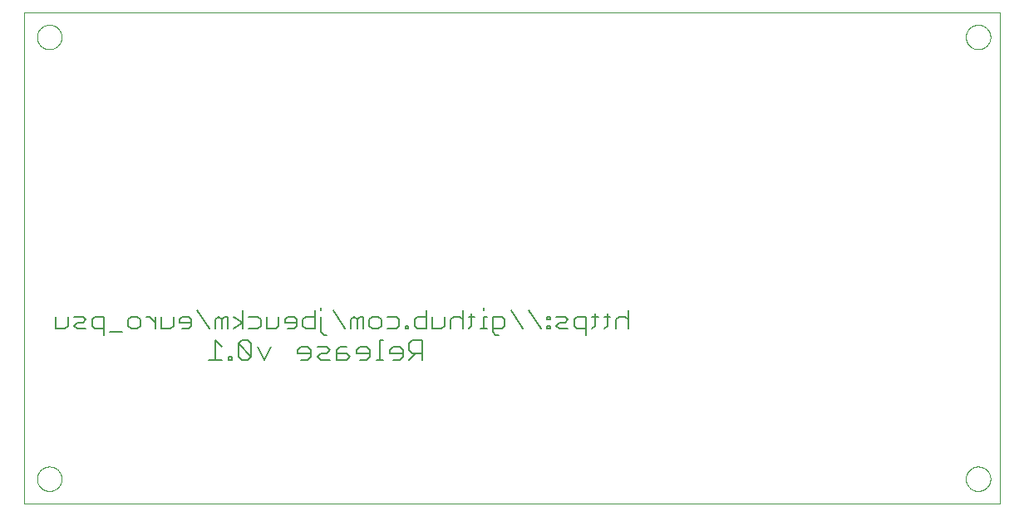
<source format=gbo>
G75*
%MOIN*%
%OFA0B0*%
%FSLAX25Y25*%
%IPPOS*%
%LPD*%
%AMOC8*
5,1,8,0,0,1.08239X$1,22.5*
%
%ADD10C,0.00000*%
%ADD11C,0.00600*%
%ADD12C,0.00700*%
D10*
X0001000Y0001500D02*
X0001000Y0198961D01*
X0392201Y0198961D01*
X0392201Y0001500D01*
X0001000Y0001500D01*
X0006079Y0011500D02*
X0006081Y0011640D01*
X0006087Y0011780D01*
X0006097Y0011919D01*
X0006111Y0012058D01*
X0006129Y0012197D01*
X0006150Y0012335D01*
X0006176Y0012473D01*
X0006206Y0012610D01*
X0006239Y0012745D01*
X0006277Y0012880D01*
X0006318Y0013014D01*
X0006363Y0013147D01*
X0006411Y0013278D01*
X0006464Y0013407D01*
X0006520Y0013536D01*
X0006579Y0013662D01*
X0006643Y0013787D01*
X0006709Y0013910D01*
X0006780Y0014031D01*
X0006853Y0014150D01*
X0006930Y0014267D01*
X0007011Y0014381D01*
X0007094Y0014493D01*
X0007181Y0014603D01*
X0007271Y0014711D01*
X0007363Y0014815D01*
X0007459Y0014917D01*
X0007558Y0015017D01*
X0007659Y0015113D01*
X0007763Y0015207D01*
X0007870Y0015297D01*
X0007979Y0015384D01*
X0008091Y0015469D01*
X0008205Y0015550D01*
X0008321Y0015628D01*
X0008439Y0015702D01*
X0008560Y0015773D01*
X0008682Y0015841D01*
X0008807Y0015905D01*
X0008933Y0015966D01*
X0009060Y0016023D01*
X0009190Y0016076D01*
X0009321Y0016126D01*
X0009453Y0016171D01*
X0009586Y0016214D01*
X0009721Y0016252D01*
X0009856Y0016286D01*
X0009993Y0016317D01*
X0010130Y0016344D01*
X0010268Y0016366D01*
X0010407Y0016385D01*
X0010546Y0016400D01*
X0010685Y0016411D01*
X0010825Y0016418D01*
X0010965Y0016421D01*
X0011105Y0016420D01*
X0011245Y0016415D01*
X0011384Y0016406D01*
X0011524Y0016393D01*
X0011663Y0016376D01*
X0011801Y0016355D01*
X0011939Y0016331D01*
X0012076Y0016302D01*
X0012212Y0016270D01*
X0012347Y0016233D01*
X0012481Y0016193D01*
X0012614Y0016149D01*
X0012745Y0016101D01*
X0012875Y0016050D01*
X0013004Y0015995D01*
X0013131Y0015936D01*
X0013256Y0015873D01*
X0013379Y0015808D01*
X0013501Y0015738D01*
X0013620Y0015665D01*
X0013738Y0015589D01*
X0013853Y0015510D01*
X0013966Y0015427D01*
X0014076Y0015341D01*
X0014184Y0015252D01*
X0014289Y0015160D01*
X0014392Y0015065D01*
X0014492Y0014967D01*
X0014589Y0014867D01*
X0014683Y0014763D01*
X0014775Y0014657D01*
X0014863Y0014549D01*
X0014948Y0014438D01*
X0015030Y0014324D01*
X0015109Y0014208D01*
X0015184Y0014091D01*
X0015256Y0013971D01*
X0015324Y0013849D01*
X0015389Y0013725D01*
X0015451Y0013599D01*
X0015509Y0013472D01*
X0015563Y0013343D01*
X0015614Y0013212D01*
X0015660Y0013080D01*
X0015703Y0012947D01*
X0015743Y0012813D01*
X0015778Y0012678D01*
X0015810Y0012541D01*
X0015837Y0012404D01*
X0015861Y0012266D01*
X0015881Y0012128D01*
X0015897Y0011989D01*
X0015909Y0011849D01*
X0015917Y0011710D01*
X0015921Y0011570D01*
X0015921Y0011430D01*
X0015917Y0011290D01*
X0015909Y0011151D01*
X0015897Y0011011D01*
X0015881Y0010872D01*
X0015861Y0010734D01*
X0015837Y0010596D01*
X0015810Y0010459D01*
X0015778Y0010322D01*
X0015743Y0010187D01*
X0015703Y0010053D01*
X0015660Y0009920D01*
X0015614Y0009788D01*
X0015563Y0009657D01*
X0015509Y0009528D01*
X0015451Y0009401D01*
X0015389Y0009275D01*
X0015324Y0009151D01*
X0015256Y0009029D01*
X0015184Y0008909D01*
X0015109Y0008792D01*
X0015030Y0008676D01*
X0014948Y0008562D01*
X0014863Y0008451D01*
X0014775Y0008343D01*
X0014683Y0008237D01*
X0014589Y0008133D01*
X0014492Y0008033D01*
X0014392Y0007935D01*
X0014289Y0007840D01*
X0014184Y0007748D01*
X0014076Y0007659D01*
X0013966Y0007573D01*
X0013853Y0007490D01*
X0013738Y0007411D01*
X0013620Y0007335D01*
X0013501Y0007262D01*
X0013379Y0007192D01*
X0013256Y0007127D01*
X0013131Y0007064D01*
X0013004Y0007005D01*
X0012875Y0006950D01*
X0012745Y0006899D01*
X0012614Y0006851D01*
X0012481Y0006807D01*
X0012347Y0006767D01*
X0012212Y0006730D01*
X0012076Y0006698D01*
X0011939Y0006669D01*
X0011801Y0006645D01*
X0011663Y0006624D01*
X0011524Y0006607D01*
X0011384Y0006594D01*
X0011245Y0006585D01*
X0011105Y0006580D01*
X0010965Y0006579D01*
X0010825Y0006582D01*
X0010685Y0006589D01*
X0010546Y0006600D01*
X0010407Y0006615D01*
X0010268Y0006634D01*
X0010130Y0006656D01*
X0009993Y0006683D01*
X0009856Y0006714D01*
X0009721Y0006748D01*
X0009586Y0006786D01*
X0009453Y0006829D01*
X0009321Y0006874D01*
X0009190Y0006924D01*
X0009060Y0006977D01*
X0008933Y0007034D01*
X0008807Y0007095D01*
X0008682Y0007159D01*
X0008560Y0007227D01*
X0008439Y0007298D01*
X0008321Y0007372D01*
X0008205Y0007450D01*
X0008091Y0007531D01*
X0007979Y0007616D01*
X0007870Y0007703D01*
X0007763Y0007793D01*
X0007659Y0007887D01*
X0007558Y0007983D01*
X0007459Y0008083D01*
X0007363Y0008185D01*
X0007271Y0008289D01*
X0007181Y0008397D01*
X0007094Y0008507D01*
X0007011Y0008619D01*
X0006930Y0008733D01*
X0006853Y0008850D01*
X0006780Y0008969D01*
X0006709Y0009090D01*
X0006643Y0009213D01*
X0006579Y0009338D01*
X0006520Y0009464D01*
X0006464Y0009593D01*
X0006411Y0009722D01*
X0006363Y0009853D01*
X0006318Y0009986D01*
X0006277Y0010120D01*
X0006239Y0010255D01*
X0006206Y0010390D01*
X0006176Y0010527D01*
X0006150Y0010665D01*
X0006129Y0010803D01*
X0006111Y0010942D01*
X0006097Y0011081D01*
X0006087Y0011220D01*
X0006081Y0011360D01*
X0006079Y0011500D01*
X0006079Y0189000D02*
X0006081Y0189140D01*
X0006087Y0189280D01*
X0006097Y0189419D01*
X0006111Y0189558D01*
X0006129Y0189697D01*
X0006150Y0189835D01*
X0006176Y0189973D01*
X0006206Y0190110D01*
X0006239Y0190245D01*
X0006277Y0190380D01*
X0006318Y0190514D01*
X0006363Y0190647D01*
X0006411Y0190778D01*
X0006464Y0190907D01*
X0006520Y0191036D01*
X0006579Y0191162D01*
X0006643Y0191287D01*
X0006709Y0191410D01*
X0006780Y0191531D01*
X0006853Y0191650D01*
X0006930Y0191767D01*
X0007011Y0191881D01*
X0007094Y0191993D01*
X0007181Y0192103D01*
X0007271Y0192211D01*
X0007363Y0192315D01*
X0007459Y0192417D01*
X0007558Y0192517D01*
X0007659Y0192613D01*
X0007763Y0192707D01*
X0007870Y0192797D01*
X0007979Y0192884D01*
X0008091Y0192969D01*
X0008205Y0193050D01*
X0008321Y0193128D01*
X0008439Y0193202D01*
X0008560Y0193273D01*
X0008682Y0193341D01*
X0008807Y0193405D01*
X0008933Y0193466D01*
X0009060Y0193523D01*
X0009190Y0193576D01*
X0009321Y0193626D01*
X0009453Y0193671D01*
X0009586Y0193714D01*
X0009721Y0193752D01*
X0009856Y0193786D01*
X0009993Y0193817D01*
X0010130Y0193844D01*
X0010268Y0193866D01*
X0010407Y0193885D01*
X0010546Y0193900D01*
X0010685Y0193911D01*
X0010825Y0193918D01*
X0010965Y0193921D01*
X0011105Y0193920D01*
X0011245Y0193915D01*
X0011384Y0193906D01*
X0011524Y0193893D01*
X0011663Y0193876D01*
X0011801Y0193855D01*
X0011939Y0193831D01*
X0012076Y0193802D01*
X0012212Y0193770D01*
X0012347Y0193733D01*
X0012481Y0193693D01*
X0012614Y0193649D01*
X0012745Y0193601D01*
X0012875Y0193550D01*
X0013004Y0193495D01*
X0013131Y0193436D01*
X0013256Y0193373D01*
X0013379Y0193308D01*
X0013501Y0193238D01*
X0013620Y0193165D01*
X0013738Y0193089D01*
X0013853Y0193010D01*
X0013966Y0192927D01*
X0014076Y0192841D01*
X0014184Y0192752D01*
X0014289Y0192660D01*
X0014392Y0192565D01*
X0014492Y0192467D01*
X0014589Y0192367D01*
X0014683Y0192263D01*
X0014775Y0192157D01*
X0014863Y0192049D01*
X0014948Y0191938D01*
X0015030Y0191824D01*
X0015109Y0191708D01*
X0015184Y0191591D01*
X0015256Y0191471D01*
X0015324Y0191349D01*
X0015389Y0191225D01*
X0015451Y0191099D01*
X0015509Y0190972D01*
X0015563Y0190843D01*
X0015614Y0190712D01*
X0015660Y0190580D01*
X0015703Y0190447D01*
X0015743Y0190313D01*
X0015778Y0190178D01*
X0015810Y0190041D01*
X0015837Y0189904D01*
X0015861Y0189766D01*
X0015881Y0189628D01*
X0015897Y0189489D01*
X0015909Y0189349D01*
X0015917Y0189210D01*
X0015921Y0189070D01*
X0015921Y0188930D01*
X0015917Y0188790D01*
X0015909Y0188651D01*
X0015897Y0188511D01*
X0015881Y0188372D01*
X0015861Y0188234D01*
X0015837Y0188096D01*
X0015810Y0187959D01*
X0015778Y0187822D01*
X0015743Y0187687D01*
X0015703Y0187553D01*
X0015660Y0187420D01*
X0015614Y0187288D01*
X0015563Y0187157D01*
X0015509Y0187028D01*
X0015451Y0186901D01*
X0015389Y0186775D01*
X0015324Y0186651D01*
X0015256Y0186529D01*
X0015184Y0186409D01*
X0015109Y0186292D01*
X0015030Y0186176D01*
X0014948Y0186062D01*
X0014863Y0185951D01*
X0014775Y0185843D01*
X0014683Y0185737D01*
X0014589Y0185633D01*
X0014492Y0185533D01*
X0014392Y0185435D01*
X0014289Y0185340D01*
X0014184Y0185248D01*
X0014076Y0185159D01*
X0013966Y0185073D01*
X0013853Y0184990D01*
X0013738Y0184911D01*
X0013620Y0184835D01*
X0013501Y0184762D01*
X0013379Y0184692D01*
X0013256Y0184627D01*
X0013131Y0184564D01*
X0013004Y0184505D01*
X0012875Y0184450D01*
X0012745Y0184399D01*
X0012614Y0184351D01*
X0012481Y0184307D01*
X0012347Y0184267D01*
X0012212Y0184230D01*
X0012076Y0184198D01*
X0011939Y0184169D01*
X0011801Y0184145D01*
X0011663Y0184124D01*
X0011524Y0184107D01*
X0011384Y0184094D01*
X0011245Y0184085D01*
X0011105Y0184080D01*
X0010965Y0184079D01*
X0010825Y0184082D01*
X0010685Y0184089D01*
X0010546Y0184100D01*
X0010407Y0184115D01*
X0010268Y0184134D01*
X0010130Y0184156D01*
X0009993Y0184183D01*
X0009856Y0184214D01*
X0009721Y0184248D01*
X0009586Y0184286D01*
X0009453Y0184329D01*
X0009321Y0184374D01*
X0009190Y0184424D01*
X0009060Y0184477D01*
X0008933Y0184534D01*
X0008807Y0184595D01*
X0008682Y0184659D01*
X0008560Y0184727D01*
X0008439Y0184798D01*
X0008321Y0184872D01*
X0008205Y0184950D01*
X0008091Y0185031D01*
X0007979Y0185116D01*
X0007870Y0185203D01*
X0007763Y0185293D01*
X0007659Y0185387D01*
X0007558Y0185483D01*
X0007459Y0185583D01*
X0007363Y0185685D01*
X0007271Y0185789D01*
X0007181Y0185897D01*
X0007094Y0186007D01*
X0007011Y0186119D01*
X0006930Y0186233D01*
X0006853Y0186350D01*
X0006780Y0186469D01*
X0006709Y0186590D01*
X0006643Y0186713D01*
X0006579Y0186838D01*
X0006520Y0186964D01*
X0006464Y0187093D01*
X0006411Y0187222D01*
X0006363Y0187353D01*
X0006318Y0187486D01*
X0006277Y0187620D01*
X0006239Y0187755D01*
X0006206Y0187890D01*
X0006176Y0188027D01*
X0006150Y0188165D01*
X0006129Y0188303D01*
X0006111Y0188442D01*
X0006097Y0188581D01*
X0006087Y0188720D01*
X0006081Y0188860D01*
X0006079Y0189000D01*
X0378579Y0189000D02*
X0378581Y0189140D01*
X0378587Y0189280D01*
X0378597Y0189419D01*
X0378611Y0189558D01*
X0378629Y0189697D01*
X0378650Y0189835D01*
X0378676Y0189973D01*
X0378706Y0190110D01*
X0378739Y0190245D01*
X0378777Y0190380D01*
X0378818Y0190514D01*
X0378863Y0190647D01*
X0378911Y0190778D01*
X0378964Y0190907D01*
X0379020Y0191036D01*
X0379079Y0191162D01*
X0379143Y0191287D01*
X0379209Y0191410D01*
X0379280Y0191531D01*
X0379353Y0191650D01*
X0379430Y0191767D01*
X0379511Y0191881D01*
X0379594Y0191993D01*
X0379681Y0192103D01*
X0379771Y0192211D01*
X0379863Y0192315D01*
X0379959Y0192417D01*
X0380058Y0192517D01*
X0380159Y0192613D01*
X0380263Y0192707D01*
X0380370Y0192797D01*
X0380479Y0192884D01*
X0380591Y0192969D01*
X0380705Y0193050D01*
X0380821Y0193128D01*
X0380939Y0193202D01*
X0381060Y0193273D01*
X0381182Y0193341D01*
X0381307Y0193405D01*
X0381433Y0193466D01*
X0381560Y0193523D01*
X0381690Y0193576D01*
X0381821Y0193626D01*
X0381953Y0193671D01*
X0382086Y0193714D01*
X0382221Y0193752D01*
X0382356Y0193786D01*
X0382493Y0193817D01*
X0382630Y0193844D01*
X0382768Y0193866D01*
X0382907Y0193885D01*
X0383046Y0193900D01*
X0383185Y0193911D01*
X0383325Y0193918D01*
X0383465Y0193921D01*
X0383605Y0193920D01*
X0383745Y0193915D01*
X0383884Y0193906D01*
X0384024Y0193893D01*
X0384163Y0193876D01*
X0384301Y0193855D01*
X0384439Y0193831D01*
X0384576Y0193802D01*
X0384712Y0193770D01*
X0384847Y0193733D01*
X0384981Y0193693D01*
X0385114Y0193649D01*
X0385245Y0193601D01*
X0385375Y0193550D01*
X0385504Y0193495D01*
X0385631Y0193436D01*
X0385756Y0193373D01*
X0385879Y0193308D01*
X0386001Y0193238D01*
X0386120Y0193165D01*
X0386238Y0193089D01*
X0386353Y0193010D01*
X0386466Y0192927D01*
X0386576Y0192841D01*
X0386684Y0192752D01*
X0386789Y0192660D01*
X0386892Y0192565D01*
X0386992Y0192467D01*
X0387089Y0192367D01*
X0387183Y0192263D01*
X0387275Y0192157D01*
X0387363Y0192049D01*
X0387448Y0191938D01*
X0387530Y0191824D01*
X0387609Y0191708D01*
X0387684Y0191591D01*
X0387756Y0191471D01*
X0387824Y0191349D01*
X0387889Y0191225D01*
X0387951Y0191099D01*
X0388009Y0190972D01*
X0388063Y0190843D01*
X0388114Y0190712D01*
X0388160Y0190580D01*
X0388203Y0190447D01*
X0388243Y0190313D01*
X0388278Y0190178D01*
X0388310Y0190041D01*
X0388337Y0189904D01*
X0388361Y0189766D01*
X0388381Y0189628D01*
X0388397Y0189489D01*
X0388409Y0189349D01*
X0388417Y0189210D01*
X0388421Y0189070D01*
X0388421Y0188930D01*
X0388417Y0188790D01*
X0388409Y0188651D01*
X0388397Y0188511D01*
X0388381Y0188372D01*
X0388361Y0188234D01*
X0388337Y0188096D01*
X0388310Y0187959D01*
X0388278Y0187822D01*
X0388243Y0187687D01*
X0388203Y0187553D01*
X0388160Y0187420D01*
X0388114Y0187288D01*
X0388063Y0187157D01*
X0388009Y0187028D01*
X0387951Y0186901D01*
X0387889Y0186775D01*
X0387824Y0186651D01*
X0387756Y0186529D01*
X0387684Y0186409D01*
X0387609Y0186292D01*
X0387530Y0186176D01*
X0387448Y0186062D01*
X0387363Y0185951D01*
X0387275Y0185843D01*
X0387183Y0185737D01*
X0387089Y0185633D01*
X0386992Y0185533D01*
X0386892Y0185435D01*
X0386789Y0185340D01*
X0386684Y0185248D01*
X0386576Y0185159D01*
X0386466Y0185073D01*
X0386353Y0184990D01*
X0386238Y0184911D01*
X0386120Y0184835D01*
X0386001Y0184762D01*
X0385879Y0184692D01*
X0385756Y0184627D01*
X0385631Y0184564D01*
X0385504Y0184505D01*
X0385375Y0184450D01*
X0385245Y0184399D01*
X0385114Y0184351D01*
X0384981Y0184307D01*
X0384847Y0184267D01*
X0384712Y0184230D01*
X0384576Y0184198D01*
X0384439Y0184169D01*
X0384301Y0184145D01*
X0384163Y0184124D01*
X0384024Y0184107D01*
X0383884Y0184094D01*
X0383745Y0184085D01*
X0383605Y0184080D01*
X0383465Y0184079D01*
X0383325Y0184082D01*
X0383185Y0184089D01*
X0383046Y0184100D01*
X0382907Y0184115D01*
X0382768Y0184134D01*
X0382630Y0184156D01*
X0382493Y0184183D01*
X0382356Y0184214D01*
X0382221Y0184248D01*
X0382086Y0184286D01*
X0381953Y0184329D01*
X0381821Y0184374D01*
X0381690Y0184424D01*
X0381560Y0184477D01*
X0381433Y0184534D01*
X0381307Y0184595D01*
X0381182Y0184659D01*
X0381060Y0184727D01*
X0380939Y0184798D01*
X0380821Y0184872D01*
X0380705Y0184950D01*
X0380591Y0185031D01*
X0380479Y0185116D01*
X0380370Y0185203D01*
X0380263Y0185293D01*
X0380159Y0185387D01*
X0380058Y0185483D01*
X0379959Y0185583D01*
X0379863Y0185685D01*
X0379771Y0185789D01*
X0379681Y0185897D01*
X0379594Y0186007D01*
X0379511Y0186119D01*
X0379430Y0186233D01*
X0379353Y0186350D01*
X0379280Y0186469D01*
X0379209Y0186590D01*
X0379143Y0186713D01*
X0379079Y0186838D01*
X0379020Y0186964D01*
X0378964Y0187093D01*
X0378911Y0187222D01*
X0378863Y0187353D01*
X0378818Y0187486D01*
X0378777Y0187620D01*
X0378739Y0187755D01*
X0378706Y0187890D01*
X0378676Y0188027D01*
X0378650Y0188165D01*
X0378629Y0188303D01*
X0378611Y0188442D01*
X0378597Y0188581D01*
X0378587Y0188720D01*
X0378581Y0188860D01*
X0378579Y0189000D01*
X0378579Y0011500D02*
X0378581Y0011640D01*
X0378587Y0011780D01*
X0378597Y0011919D01*
X0378611Y0012058D01*
X0378629Y0012197D01*
X0378650Y0012335D01*
X0378676Y0012473D01*
X0378706Y0012610D01*
X0378739Y0012745D01*
X0378777Y0012880D01*
X0378818Y0013014D01*
X0378863Y0013147D01*
X0378911Y0013278D01*
X0378964Y0013407D01*
X0379020Y0013536D01*
X0379079Y0013662D01*
X0379143Y0013787D01*
X0379209Y0013910D01*
X0379280Y0014031D01*
X0379353Y0014150D01*
X0379430Y0014267D01*
X0379511Y0014381D01*
X0379594Y0014493D01*
X0379681Y0014603D01*
X0379771Y0014711D01*
X0379863Y0014815D01*
X0379959Y0014917D01*
X0380058Y0015017D01*
X0380159Y0015113D01*
X0380263Y0015207D01*
X0380370Y0015297D01*
X0380479Y0015384D01*
X0380591Y0015469D01*
X0380705Y0015550D01*
X0380821Y0015628D01*
X0380939Y0015702D01*
X0381060Y0015773D01*
X0381182Y0015841D01*
X0381307Y0015905D01*
X0381433Y0015966D01*
X0381560Y0016023D01*
X0381690Y0016076D01*
X0381821Y0016126D01*
X0381953Y0016171D01*
X0382086Y0016214D01*
X0382221Y0016252D01*
X0382356Y0016286D01*
X0382493Y0016317D01*
X0382630Y0016344D01*
X0382768Y0016366D01*
X0382907Y0016385D01*
X0383046Y0016400D01*
X0383185Y0016411D01*
X0383325Y0016418D01*
X0383465Y0016421D01*
X0383605Y0016420D01*
X0383745Y0016415D01*
X0383884Y0016406D01*
X0384024Y0016393D01*
X0384163Y0016376D01*
X0384301Y0016355D01*
X0384439Y0016331D01*
X0384576Y0016302D01*
X0384712Y0016270D01*
X0384847Y0016233D01*
X0384981Y0016193D01*
X0385114Y0016149D01*
X0385245Y0016101D01*
X0385375Y0016050D01*
X0385504Y0015995D01*
X0385631Y0015936D01*
X0385756Y0015873D01*
X0385879Y0015808D01*
X0386001Y0015738D01*
X0386120Y0015665D01*
X0386238Y0015589D01*
X0386353Y0015510D01*
X0386466Y0015427D01*
X0386576Y0015341D01*
X0386684Y0015252D01*
X0386789Y0015160D01*
X0386892Y0015065D01*
X0386992Y0014967D01*
X0387089Y0014867D01*
X0387183Y0014763D01*
X0387275Y0014657D01*
X0387363Y0014549D01*
X0387448Y0014438D01*
X0387530Y0014324D01*
X0387609Y0014208D01*
X0387684Y0014091D01*
X0387756Y0013971D01*
X0387824Y0013849D01*
X0387889Y0013725D01*
X0387951Y0013599D01*
X0388009Y0013472D01*
X0388063Y0013343D01*
X0388114Y0013212D01*
X0388160Y0013080D01*
X0388203Y0012947D01*
X0388243Y0012813D01*
X0388278Y0012678D01*
X0388310Y0012541D01*
X0388337Y0012404D01*
X0388361Y0012266D01*
X0388381Y0012128D01*
X0388397Y0011989D01*
X0388409Y0011849D01*
X0388417Y0011710D01*
X0388421Y0011570D01*
X0388421Y0011430D01*
X0388417Y0011290D01*
X0388409Y0011151D01*
X0388397Y0011011D01*
X0388381Y0010872D01*
X0388361Y0010734D01*
X0388337Y0010596D01*
X0388310Y0010459D01*
X0388278Y0010322D01*
X0388243Y0010187D01*
X0388203Y0010053D01*
X0388160Y0009920D01*
X0388114Y0009788D01*
X0388063Y0009657D01*
X0388009Y0009528D01*
X0387951Y0009401D01*
X0387889Y0009275D01*
X0387824Y0009151D01*
X0387756Y0009029D01*
X0387684Y0008909D01*
X0387609Y0008792D01*
X0387530Y0008676D01*
X0387448Y0008562D01*
X0387363Y0008451D01*
X0387275Y0008343D01*
X0387183Y0008237D01*
X0387089Y0008133D01*
X0386992Y0008033D01*
X0386892Y0007935D01*
X0386789Y0007840D01*
X0386684Y0007748D01*
X0386576Y0007659D01*
X0386466Y0007573D01*
X0386353Y0007490D01*
X0386238Y0007411D01*
X0386120Y0007335D01*
X0386001Y0007262D01*
X0385879Y0007192D01*
X0385756Y0007127D01*
X0385631Y0007064D01*
X0385504Y0007005D01*
X0385375Y0006950D01*
X0385245Y0006899D01*
X0385114Y0006851D01*
X0384981Y0006807D01*
X0384847Y0006767D01*
X0384712Y0006730D01*
X0384576Y0006698D01*
X0384439Y0006669D01*
X0384301Y0006645D01*
X0384163Y0006624D01*
X0384024Y0006607D01*
X0383884Y0006594D01*
X0383745Y0006585D01*
X0383605Y0006580D01*
X0383465Y0006579D01*
X0383325Y0006582D01*
X0383185Y0006589D01*
X0383046Y0006600D01*
X0382907Y0006615D01*
X0382768Y0006634D01*
X0382630Y0006656D01*
X0382493Y0006683D01*
X0382356Y0006714D01*
X0382221Y0006748D01*
X0382086Y0006786D01*
X0381953Y0006829D01*
X0381821Y0006874D01*
X0381690Y0006924D01*
X0381560Y0006977D01*
X0381433Y0007034D01*
X0381307Y0007095D01*
X0381182Y0007159D01*
X0381060Y0007227D01*
X0380939Y0007298D01*
X0380821Y0007372D01*
X0380705Y0007450D01*
X0380591Y0007531D01*
X0380479Y0007616D01*
X0380370Y0007703D01*
X0380263Y0007793D01*
X0380159Y0007887D01*
X0380058Y0007983D01*
X0379959Y0008083D01*
X0379863Y0008185D01*
X0379771Y0008289D01*
X0379681Y0008397D01*
X0379594Y0008507D01*
X0379511Y0008619D01*
X0379430Y0008733D01*
X0379353Y0008850D01*
X0379280Y0008969D01*
X0379209Y0009090D01*
X0379143Y0009213D01*
X0379079Y0009338D01*
X0379020Y0009464D01*
X0378964Y0009593D01*
X0378911Y0009722D01*
X0378863Y0009853D01*
X0378818Y0009986D01*
X0378777Y0010120D01*
X0378739Y0010255D01*
X0378706Y0010390D01*
X0378676Y0010527D01*
X0378650Y0010665D01*
X0378629Y0010803D01*
X0378611Y0010942D01*
X0378597Y0011081D01*
X0378587Y0011220D01*
X0378581Y0011360D01*
X0378579Y0011500D01*
D11*
X0243200Y0071800D02*
X0243200Y0079080D01*
X0241987Y0076653D02*
X0239560Y0076653D01*
X0238347Y0075440D01*
X0238347Y0071800D01*
X0234736Y0073013D02*
X0233523Y0071800D01*
X0234736Y0073013D02*
X0234736Y0077867D01*
X0235950Y0076653D02*
X0233523Y0076653D01*
X0231116Y0076653D02*
X0228689Y0076653D01*
X0229903Y0077867D02*
X0229903Y0073013D01*
X0228689Y0071800D01*
X0226283Y0071800D02*
X0222643Y0071800D01*
X0221429Y0073013D01*
X0221429Y0075440D01*
X0222643Y0076653D01*
X0226283Y0076653D01*
X0226283Y0069373D01*
X0219032Y0071800D02*
X0215392Y0071800D01*
X0214179Y0073013D01*
X0215392Y0074227D01*
X0217819Y0074227D01*
X0219032Y0075440D01*
X0217819Y0076653D01*
X0214179Y0076653D01*
X0211782Y0076653D02*
X0211782Y0075440D01*
X0210569Y0075440D01*
X0210569Y0076653D01*
X0211782Y0076653D01*
X0211782Y0073013D02*
X0211782Y0071800D01*
X0210569Y0071800D01*
X0210569Y0073013D01*
X0211782Y0073013D01*
X0208157Y0071800D02*
X0203303Y0079080D01*
X0196053Y0079080D02*
X0200907Y0071800D01*
X0193656Y0073013D02*
X0193656Y0075440D01*
X0192443Y0076653D01*
X0188803Y0076653D01*
X0188803Y0070587D01*
X0190016Y0069373D01*
X0191230Y0069373D01*
X0192443Y0071800D02*
X0188803Y0071800D01*
X0186406Y0071800D02*
X0183979Y0071800D01*
X0185193Y0071800D02*
X0185193Y0076653D01*
X0186406Y0076653D01*
X0185193Y0079080D02*
X0185193Y0080294D01*
X0181573Y0076653D02*
X0179146Y0076653D01*
X0180359Y0077867D02*
X0180359Y0073013D01*
X0179146Y0071800D01*
X0176739Y0071800D02*
X0176739Y0079080D01*
X0175526Y0076653D02*
X0173099Y0076653D01*
X0171886Y0075440D01*
X0171886Y0071800D01*
X0169489Y0073013D02*
X0168275Y0071800D01*
X0164635Y0071800D01*
X0164635Y0076653D01*
X0162238Y0076653D02*
X0158598Y0076653D01*
X0157385Y0075440D01*
X0157385Y0073013D01*
X0158598Y0071800D01*
X0162238Y0071800D01*
X0162238Y0079080D01*
X0169489Y0076653D02*
X0169489Y0073013D01*
X0175526Y0076653D02*
X0176739Y0075440D01*
X0192443Y0071800D02*
X0193656Y0073013D01*
X0154988Y0073013D02*
X0154988Y0071800D01*
X0153775Y0071800D01*
X0153775Y0073013D01*
X0154988Y0073013D01*
X0151363Y0073013D02*
X0150150Y0071800D01*
X0146510Y0071800D01*
X0144113Y0073013D02*
X0142899Y0071800D01*
X0140473Y0071800D01*
X0139259Y0073013D01*
X0139259Y0075440D01*
X0140473Y0076653D01*
X0142899Y0076653D01*
X0144113Y0075440D01*
X0144113Y0073013D01*
X0146510Y0076653D02*
X0150150Y0076653D01*
X0151363Y0075440D01*
X0151363Y0073013D01*
X0136863Y0071800D02*
X0136863Y0076653D01*
X0135649Y0076653D01*
X0134436Y0075440D01*
X0133222Y0076653D01*
X0132009Y0075440D01*
X0132009Y0071800D01*
X0129612Y0071800D02*
X0124759Y0079080D01*
X0119935Y0079080D02*
X0119935Y0080294D01*
X0117528Y0079080D02*
X0117528Y0071800D01*
X0113888Y0071800D01*
X0112675Y0073013D01*
X0112675Y0075440D01*
X0113888Y0076653D01*
X0117528Y0076653D01*
X0119935Y0076653D02*
X0119935Y0070587D01*
X0121149Y0069373D01*
X0122362Y0069373D01*
X0134436Y0071800D02*
X0134436Y0075440D01*
X0110278Y0075440D02*
X0110278Y0073013D01*
X0109065Y0071800D01*
X0106638Y0071800D01*
X0105425Y0074227D02*
X0110278Y0074227D01*
X0110278Y0075440D02*
X0109065Y0076653D01*
X0106638Y0076653D01*
X0105425Y0075440D01*
X0105425Y0074227D01*
X0103028Y0073013D02*
X0101814Y0071800D01*
X0098174Y0071800D01*
X0098174Y0076653D01*
X0095778Y0075440D02*
X0094564Y0076653D01*
X0090924Y0076653D01*
X0088527Y0079080D02*
X0088527Y0071800D01*
X0090924Y0071800D02*
X0094564Y0071800D01*
X0095778Y0073013D01*
X0095778Y0075440D01*
X0103028Y0076653D02*
X0103028Y0073013D01*
X0088527Y0074227D02*
X0084887Y0076653D01*
X0082485Y0076653D02*
X0081272Y0076653D01*
X0080059Y0075440D01*
X0078845Y0076653D01*
X0077632Y0075440D01*
X0077632Y0071800D01*
X0075235Y0071800D02*
X0070382Y0079080D01*
X0066771Y0076653D02*
X0064345Y0076653D01*
X0063131Y0075440D01*
X0063131Y0074227D01*
X0067985Y0074227D01*
X0067985Y0075440D02*
X0067985Y0073013D01*
X0066771Y0071800D01*
X0064345Y0071800D01*
X0060735Y0073013D02*
X0059521Y0071800D01*
X0055881Y0071800D01*
X0055881Y0076653D01*
X0053484Y0076653D02*
X0053484Y0071800D01*
X0053484Y0074227D02*
X0051058Y0076653D01*
X0049844Y0076653D01*
X0047442Y0075440D02*
X0047442Y0073013D01*
X0046229Y0071800D01*
X0043802Y0071800D01*
X0042589Y0073013D01*
X0042589Y0075440D01*
X0043802Y0076653D01*
X0046229Y0076653D01*
X0047442Y0075440D01*
X0040192Y0070587D02*
X0035339Y0070587D01*
X0032942Y0071800D02*
X0029302Y0071800D01*
X0028088Y0073013D01*
X0028088Y0075440D01*
X0029302Y0076653D01*
X0032942Y0076653D01*
X0032942Y0069373D01*
X0025691Y0071800D02*
X0022051Y0071800D01*
X0020838Y0073013D01*
X0022051Y0074227D01*
X0024478Y0074227D01*
X0025691Y0075440D01*
X0024478Y0076653D01*
X0020838Y0076653D01*
X0018441Y0076653D02*
X0018441Y0073013D01*
X0017228Y0071800D01*
X0013588Y0071800D01*
X0013588Y0076653D01*
X0060735Y0076653D02*
X0060735Y0073013D01*
X0066771Y0076653D02*
X0067985Y0075440D01*
X0080059Y0075440D02*
X0080059Y0071800D01*
X0082485Y0071800D02*
X0082485Y0076653D01*
X0084887Y0071800D02*
X0088527Y0074227D01*
X0241987Y0076653D02*
X0243200Y0075440D01*
D12*
X0160650Y0067257D02*
X0160650Y0059350D01*
X0160650Y0061986D02*
X0156697Y0061986D01*
X0155379Y0063303D01*
X0155379Y0065939D01*
X0156697Y0067257D01*
X0160650Y0067257D01*
X0152731Y0063303D02*
X0151413Y0064621D01*
X0148778Y0064621D01*
X0147460Y0063303D01*
X0147460Y0061986D01*
X0152731Y0061986D01*
X0152731Y0063303D02*
X0152731Y0060668D01*
X0151413Y0059350D01*
X0148778Y0059350D01*
X0144812Y0059350D02*
X0142177Y0059350D01*
X0143495Y0059350D02*
X0143495Y0067257D01*
X0144812Y0067257D01*
X0139533Y0063303D02*
X0138216Y0064621D01*
X0135580Y0064621D01*
X0134262Y0063303D01*
X0134262Y0061986D01*
X0139533Y0061986D01*
X0139533Y0063303D02*
X0139533Y0060668D01*
X0138216Y0059350D01*
X0135580Y0059350D01*
X0131615Y0060668D02*
X0130297Y0061986D01*
X0126343Y0061986D01*
X0126343Y0063303D02*
X0126343Y0059350D01*
X0130297Y0059350D01*
X0131615Y0060668D01*
X0127661Y0064621D02*
X0126343Y0063303D01*
X0127661Y0064621D02*
X0130297Y0064621D01*
X0123696Y0063303D02*
X0122378Y0061986D01*
X0119742Y0061986D01*
X0118425Y0060668D01*
X0119742Y0059350D01*
X0123696Y0059350D01*
X0123696Y0063303D02*
X0122378Y0064621D01*
X0118425Y0064621D01*
X0115777Y0063303D02*
X0114459Y0064621D01*
X0111824Y0064621D01*
X0110506Y0063303D01*
X0110506Y0061986D01*
X0115777Y0061986D01*
X0115777Y0063303D02*
X0115777Y0060668D01*
X0114459Y0059350D01*
X0111824Y0059350D01*
X0099939Y0064621D02*
X0097304Y0059350D01*
X0094668Y0064621D01*
X0092021Y0065939D02*
X0090703Y0067257D01*
X0088067Y0067257D01*
X0086750Y0065939D01*
X0092021Y0060668D01*
X0090703Y0059350D01*
X0088067Y0059350D01*
X0086750Y0060668D01*
X0086750Y0065939D01*
X0092021Y0065939D02*
X0092021Y0060668D01*
X0084102Y0060668D02*
X0084102Y0059350D01*
X0082784Y0059350D01*
X0082784Y0060668D01*
X0084102Y0060668D01*
X0080143Y0059350D02*
X0074871Y0059350D01*
X0077507Y0059350D02*
X0077507Y0067257D01*
X0080143Y0064621D01*
X0155379Y0059350D02*
X0158014Y0061986D01*
M02*

</source>
